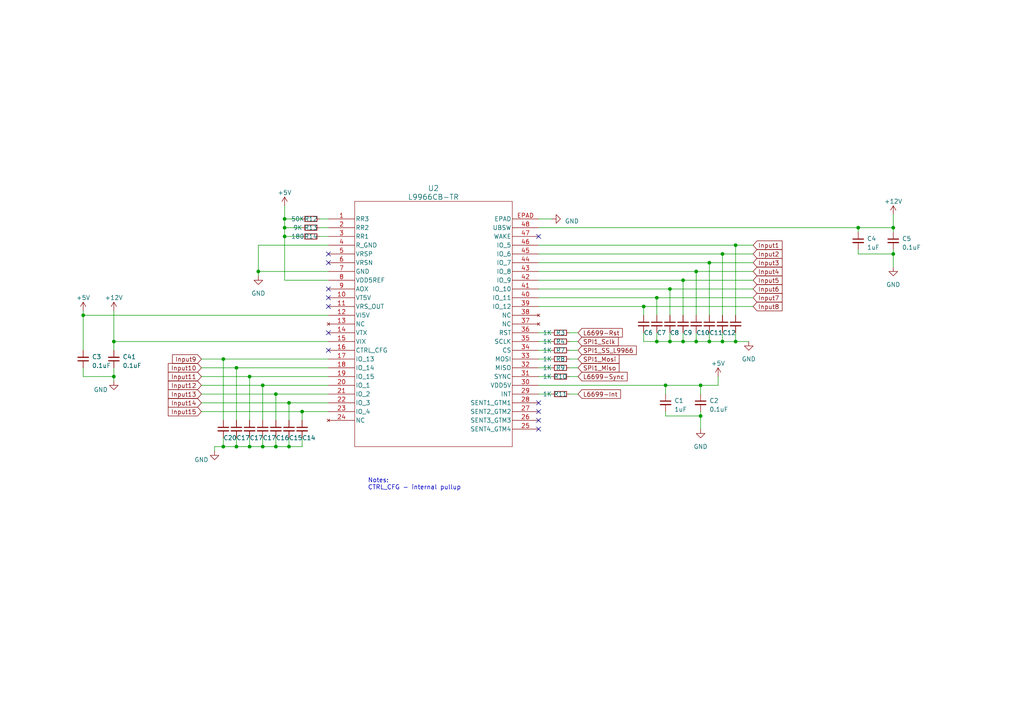
<source format=kicad_sch>
(kicad_sch (version 20230121) (generator eeschema)
  (paper "A4")
  (lib_symbols
    (symbol "Device:C_Small" (pin_numbers hide) (pin_names (offset 0.254) hide)
      (property "Reference" "C" (at 0.254 1.778 0))
      (property "Value" "C_Small" (at 0.254 -2.032 0))
      (symbol "C_Small_0_1"
        (polyline (pts (xy -1.524 -0.508) (xy 1.524 -0.508)) (stroke (width 0.3302)))
        (polyline (pts (xy -1.524 0.508) (xy 1.524 0.508)) (stroke (width 0.3048)))
      )
      (symbol "C_Small_1_1"
        (pin passive line (at 0 2.54 270) (length 2.032) (name "~") (number "1"))
        (pin passive line (at 0 -2.54 90) (length 2.032) (name "~") (number "2"))
      )
    )
    (symbol "Device:R_Small" (pin_numbers hide) (pin_names (offset 0.254) hide)
      (property "Reference" "R" (at 0.762 0.508 0))
      (property "Value" "R_Small" (at 0.762 -1.016 0))
      (symbol "R_Small_0_1"
        (rectangle (start -0.762 1.778) (end 0.762 -1.778) (stroke (width 0.2032)))
      )
      (symbol "R_Small_1_1"
        (pin passive line (at 0 2.54 270) (length 0.762) (name "~") (number "1"))
        (pin passive line (at 0 -2.54 90) (length 0.762) (name "~") (number "2"))
      )
    )
    (symbol "MyLibrary:L9966CB-TR" (pin_names (offset 0.254))
      (property "Reference" "U" (at 30.48 10.16 0))
      (property "Value" "L9966CB-TR" (at 30.48 7.62 0))
      (symbol "L9966CB-TR_0_1"
        (polyline (pts (xy 7.62 -66.04) (xy 53.34 -66.04)) (stroke (width 0.127)))
        (polyline (pts (xy 7.62 5.08) (xy 7.62 -66.04)) (stroke (width 0.127)))
        (polyline (pts (xy 53.34 -66.04) (xy 53.34 5.08)) (stroke (width 0.127)))
        (polyline (pts (xy 53.34 5.08) (xy 7.62 5.08)) (stroke (width 0.127)))
        (pin bidirectional line (at 0 0 0) (length 7.62) (name "RR3") (number "1"))
        (pin input line (at 0 -22.86 0) (length 7.62) (name "VT5V") (number "10"))
        (pin output line (at 0 -25.4 0) (length 7.62) (name "VRS_OUT") (number "11"))
        (pin input line (at 0 -27.94 0) (length 7.62) (name "VI5V") (number "12"))
        (pin no_connect line (at 0 -30.48 0) (length 7.62) (name "NC") (number "13"))
        (pin power_in line (at 0 -33.02 0) (length 7.62) (name "VTX") (number "14"))
        (pin power_in line (at 0 -35.56 0) (length 7.62) (name "VIX") (number "15"))
        (pin input line (at 0 -38.1 0) (length 7.62) (name "CTRL_CFG") (number "16"))
        (pin bidirectional line (at 0 -40.64 0) (length 7.62) (name "IO_13") (number "17"))
        (pin bidirectional line (at 0 -43.18 0) (length 7.62) (name "IO_14") (number "18"))
        (pin bidirectional line (at 0 -45.72 0) (length 7.62) (name "IO_15") (number "19"))
        (pin bidirectional line (at 0 -2.54 0) (length 7.62) (name "RR2") (number "2"))
        (pin bidirectional line (at 0 -48.26 0) (length 7.62) (name "IO_1") (number "20"))
        (pin bidirectional line (at 0 -50.8 0) (length 7.62) (name "IO_2") (number "21"))
        (pin bidirectional line (at 0 -53.34 0) (length 7.62) (name "IO_3") (number "22"))
        (pin bidirectional line (at 0 -55.88 0) (length 7.62) (name "IO_4") (number "23"))
        (pin no_connect line (at 0 -58.42 0) (length 7.62) (name "NC") (number "24"))
        (pin bidirectional line (at 60.96 -60.96 180) (length 7.62) (name "SENT4_GTM4") (number "25"))
        (pin bidirectional line (at 60.96 -58.42 180) (length 7.62) (name "SENT3_GTM3") (number "26"))
        (pin bidirectional line (at 60.96 -55.88 180) (length 7.62) (name "SENT2_GTM2") (number "27"))
        (pin bidirectional line (at 60.96 -53.34 180) (length 7.62) (name "SENT1_GTM1") (number "28"))
        (pin input line (at 60.96 -50.8 180) (length 7.62) (name "INT") (number "29"))
        (pin bidirectional line (at 0 -5.08 0) (length 7.62) (name "RR1") (number "3"))
        (pin power_in line (at 60.96 -48.26 180) (length 7.62) (name "VDD5V") (number "30"))
        (pin input line (at 60.96 -45.72 180) (length 7.62) (name "SYNC") (number "31"))
        (pin output line (at 60.96 -43.18 180) (length 7.62) (name "MISO") (number "32"))
        (pin input line (at 60.96 -40.64 180) (length 7.62) (name "MOSI") (number "33"))
        (pin input line (at 60.96 -38.1 180) (length 7.62) (name "CS") (number "34"))
        (pin input line (at 60.96 -35.56 180) (length 7.62) (name "SCLK") (number "35"))
        (pin input line (at 60.96 -33.02 180) (length 7.62) (name "RST") (number "36"))
        (pin no_connect line (at 60.96 -30.48 180) (length 7.62) (name "NC") (number "37"))
        (pin no_connect line (at 60.96 -27.94 180) (length 7.62) (name "NC") (number "38"))
        (pin bidirectional line (at 60.96 -25.4 180) (length 7.62) (name "IO_12") (number "39"))
        (pin power_out line (at 0 -7.62 0) (length 7.62) (name "R_GND") (number "4"))
        (pin bidirectional line (at 60.96 -22.86 180) (length 7.62) (name "IO_11") (number "40"))
        (pin bidirectional line (at 60.96 -20.32 180) (length 7.62) (name "IO_10") (number "41"))
        (pin bidirectional line (at 60.96 -17.78 180) (length 7.62) (name "IO_9") (number "42"))
        (pin bidirectional line (at 60.96 -15.24 180) (length 7.62) (name "IO_8") (number "43"))
        (pin bidirectional line (at 60.96 -12.7 180) (length 7.62) (name "IO_7") (number "44"))
        (pin bidirectional line (at 60.96 -10.16 180) (length 7.62) (name "IO_6") (number "45"))
        (pin bidirectional line (at 60.96 -7.62 180) (length 7.62) (name "IO_5") (number "46"))
        (pin input line (at 60.96 -5.08 180) (length 7.62) (name "WAKE") (number "47"))
        (pin power_in line (at 60.96 -2.54 180) (length 7.62) (name "UBSW") (number "48"))
        (pin unspecified line (at 0 -10.16 0) (length 7.62) (name "VRSP") (number "5"))
        (pin unspecified line (at 0 -12.7 0) (length 7.62) (name "VRSN") (number "6"))
        (pin power_out line (at 0 -15.24 0) (length 7.62) (name "GND") (number "7"))
        (pin power_in line (at 0 -17.78 0) (length 7.62) (name "VDD5REF") (number "8"))
        (pin input line (at 0 -20.32 0) (length 7.62) (name "AOX") (number "9"))
        (pin unspecified line (at 60.96 0 180) (length 7.62) (name "EPAD") (number "EPAD"))
      )
    )
    (symbol "power:+12V" (power) (pin_names (offset 0))
      (property "Value" "+12V" (at 0 3.556 0))
      (symbol "+12V_0_1"
        (polyline (pts (xy -0.762 1.27) (xy 0 2.54)))
        (polyline (pts (xy 0 0) (xy 0 2.54)))
        (polyline (pts (xy 0 2.54) (xy 0.762 1.27)))
      )
      (symbol "+12V_1_1"
        (pin power_in line (at 0 0 90) (length 0) hide (name "+12V") (number "1"))
      )
    )
    (symbol "power:+5V" (power) (pin_names (offset 0))
      (property "Value" "+5V" (at 0 3.556 0))
      (symbol "+5V_0_1"
        (polyline (pts (xy -0.762 1.27) (xy 0 2.54)))
        (polyline (pts (xy 0 0) (xy 0 2.54)))
        (polyline (pts (xy 0 2.54) (xy 0.762 1.27)))
      )
      (symbol "+5V_1_1"
        (pin power_in line (at 0 0 90) (length 0) hide (name "+5V") (number "1"))
      )
    )
    (symbol "power:GND" (power) (pin_names (offset 0))
      (property "Value" "GND" (at 0 -3.81 0))
      (symbol "GND_0_1"
        (polyline (pts (xy 0 0) (xy 0 -1.27) (xy 1.27 -1.27) (xy 0 -2.54) (xy -1.27 -1.27) (xy 0 -1.27)))
      )
      (symbol "GND_1_1"
        (pin power_in line (at 0 0 270) (length 0) hide (name "GND") (number "1"))
      )
    )
  )
  (junction (at 87.63 119.38))
  (junction (at 248.92 66.04))
  (junction (at 186.69 88.9))
  (junction (at 198.12 81.28))
  (junction (at 203.2 111.76))
  (junction (at 33.02 109.22))
  (junction (at 80.01 129.54))
  (junction (at 209.55 73.66))
  (junction (at 194.31 99.06))
  (junction (at 76.2 129.54))
  (junction (at 203.2 120.65))
  (junction (at 82.55 63.5))
  (junction (at 64.77 104.14))
  (junction (at 201.93 78.74))
  (junction (at 72.39 109.22))
  (junction (at 205.74 99.06))
  (junction (at 193.04 111.76))
  (junction (at 190.5 99.06))
  (junction (at 33.02 99.06))
  (junction (at 190.5 86.36))
  (junction (at 194.31 83.82))
  (junction (at 83.82 129.54))
  (junction (at 76.2 111.76))
  (junction (at 198.12 99.06))
  (junction (at 213.36 71.12))
  (junction (at 24.13 91.44))
  (junction (at 80.01 114.3))
  (junction (at 83.82 116.84))
  (junction (at 74.93 78.74))
  (junction (at 68.58 106.68))
  (junction (at 68.58 129.54))
  (junction (at 259.08 73.66))
  (junction (at 72.39 129.54))
  (junction (at 205.74 76.2))
  (junction (at 259.08 66.04))
  (junction (at 213.36 99.06))
  (junction (at 201.93 99.06))
  (junction (at 209.55 99.06))
  (junction (at 82.55 68.58))
  (junction (at 64.77 129.54))
  (junction (at 82.55 66.04))
  (no_connect (at 156.21 119.38))
  (no_connect (at 95.25 83.82))
  (no_connect (at 95.25 86.36))
  (no_connect (at 95.25 101.6))
  (no_connect (at 156.21 68.58))
  (no_connect (at 156.21 121.92))
  (no_connect (at 95.25 73.66))
  (no_connect (at 95.25 88.9))
  (no_connect (at 95.25 96.52))
  (no_connect (at 156.21 124.46))
  (no_connect (at 156.21 116.84))
  (no_connect (at 95.25 76.2))
  (wire (pts (xy 72.39 127) (xy 72.39 129.54)))
  (wire (pts (xy 190.5 96.52) (xy 190.5 99.06)))
  (wire (pts (xy 58.42 114.3) (xy 80.01 114.3)))
  (wire (pts (xy 33.02 109.22) (xy 33.02 110.49)))
  (wire (pts (xy 33.02 106.68) (xy 33.02 109.22)))
  (wire (pts (xy 201.93 78.74) (xy 218.44 78.74)))
  (wire (pts (xy 156.21 101.6) (xy 160.02 101.6)))
  (wire (pts (xy 194.31 96.52) (xy 194.31 99.06)))
  (wire (pts (xy 259.08 66.04) (xy 259.08 67.31)))
  (wire (pts (xy 165.1 96.52) (xy 167.64 96.52)))
  (wire (pts (xy 165.1 104.14) (xy 167.64 104.14)))
  (wire (pts (xy 83.82 116.84) (xy 83.82 121.92)))
  (wire (pts (xy 95.25 104.14) (xy 64.77 104.14)))
  (wire (pts (xy 24.13 106.68) (xy 24.13 109.22)))
  (wire (pts (xy 82.55 63.5) (xy 82.55 66.04)))
  (wire (pts (xy 33.02 99.06) (xy 33.02 101.6)))
  (wire (pts (xy 194.31 99.06) (xy 198.12 99.06)))
  (wire (pts (xy 87.63 119.38) (xy 87.63 121.92)))
  (wire (pts (xy 156.21 114.3) (xy 160.02 114.3)))
  (wire (pts (xy 83.82 129.54) (xy 87.63 129.54)))
  (wire (pts (xy 205.74 76.2) (xy 218.44 76.2)))
  (wire (pts (xy 24.13 91.44) (xy 24.13 101.6)))
  (wire (pts (xy 208.28 111.76) (xy 208.28 109.22)))
  (wire (pts (xy 156.21 86.36) (xy 190.5 86.36)))
  (wire (pts (xy 190.5 86.36) (xy 190.5 91.44)))
  (wire (pts (xy 58.42 109.22) (xy 72.39 109.22)))
  (wire (pts (xy 95.25 71.12) (xy 74.93 71.12)))
  (wire (pts (xy 203.2 111.76) (xy 203.2 114.3)))
  (wire (pts (xy 76.2 111.76) (xy 76.2 121.92)))
  (wire (pts (xy 80.01 129.54) (xy 80.01 127)))
  (wire (pts (xy 24.13 109.22) (xy 33.02 109.22)))
  (wire (pts (xy 209.55 96.52) (xy 209.55 99.06)))
  (wire (pts (xy 186.69 96.52) (xy 186.69 99.06)))
  (wire (pts (xy 194.31 83.82) (xy 218.44 83.82)))
  (wire (pts (xy 259.08 73.66) (xy 259.08 72.39)))
  (wire (pts (xy 95.25 119.38) (xy 87.63 119.38)))
  (wire (pts (xy 259.08 73.66) (xy 259.08 77.47)))
  (wire (pts (xy 80.01 114.3) (xy 80.01 121.92)))
  (wire (pts (xy 76.2 129.54) (xy 76.2 127)))
  (wire (pts (xy 33.02 99.06) (xy 95.25 99.06)))
  (wire (pts (xy 95.25 114.3) (xy 80.01 114.3)))
  (wire (pts (xy 213.36 99.06) (xy 217.17 99.06)))
  (wire (pts (xy 95.25 116.84) (xy 83.82 116.84)))
  (wire (pts (xy 193.04 120.65) (xy 203.2 120.65)))
  (wire (pts (xy 201.93 78.74) (xy 201.93 91.44)))
  (wire (pts (xy 76.2 129.54) (xy 80.01 129.54)))
  (wire (pts (xy 82.55 63.5) (xy 87.63 63.5)))
  (wire (pts (xy 156.21 106.68) (xy 160.02 106.68)))
  (wire (pts (xy 64.77 127) (xy 64.77 129.54)))
  (wire (pts (xy 68.58 129.54) (xy 72.39 129.54)))
  (wire (pts (xy 259.08 62.23) (xy 259.08 66.04)))
  (wire (pts (xy 156.21 96.52) (xy 160.02 96.52)))
  (wire (pts (xy 74.93 78.74) (xy 74.93 80.01)))
  (wire (pts (xy 190.5 99.06) (xy 194.31 99.06)))
  (wire (pts (xy 64.77 129.54) (xy 62.23 129.54)))
  (wire (pts (xy 193.04 119.38) (xy 193.04 120.65)))
  (wire (pts (xy 156.21 81.28) (xy 198.12 81.28)))
  (wire (pts (xy 198.12 99.06) (xy 201.93 99.06)))
  (wire (pts (xy 156.21 73.66) (xy 209.55 73.66)))
  (wire (pts (xy 156.21 76.2) (xy 205.74 76.2)))
  (wire (pts (xy 82.55 59.69) (xy 82.55 63.5)))
  (wire (pts (xy 24.13 91.44) (xy 95.25 91.44)))
  (wire (pts (xy 72.39 109.22) (xy 95.25 109.22)))
  (wire (pts (xy 156.21 111.76) (xy 193.04 111.76)))
  (wire (pts (xy 74.93 71.12) (xy 74.93 78.74)))
  (wire (pts (xy 156.21 99.06) (xy 160.02 99.06)))
  (wire (pts (xy 186.69 99.06) (xy 190.5 99.06)))
  (wire (pts (xy 165.1 114.3) (xy 167.64 114.3)))
  (wire (pts (xy 68.58 106.68) (xy 68.58 121.92)))
  (wire (pts (xy 58.42 116.84) (xy 83.82 116.84)))
  (wire (pts (xy 24.13 91.44) (xy 24.13 90.17)))
  (wire (pts (xy 58.42 104.14) (xy 64.77 104.14)))
  (wire (pts (xy 198.12 81.28) (xy 218.44 81.28)))
  (wire (pts (xy 92.71 63.5) (xy 95.25 63.5)))
  (wire (pts (xy 205.74 76.2) (xy 205.74 91.44)))
  (wire (pts (xy 213.36 71.12) (xy 213.36 91.44)))
  (wire (pts (xy 68.58 106.68) (xy 95.25 106.68)))
  (wire (pts (xy 87.63 129.54) (xy 87.63 127)))
  (wire (pts (xy 198.12 81.28) (xy 198.12 91.44)))
  (wire (pts (xy 156.21 104.14) (xy 160.02 104.14)))
  (wire (pts (xy 92.71 68.58) (xy 95.25 68.58)))
  (wire (pts (xy 248.92 72.39) (xy 248.92 73.66)))
  (wire (pts (xy 248.92 73.66) (xy 259.08 73.66)))
  (wire (pts (xy 205.74 99.06) (xy 209.55 99.06)))
  (wire (pts (xy 95.25 111.76) (xy 76.2 111.76)))
  (wire (pts (xy 156.21 88.9) (xy 186.69 88.9)))
  (wire (pts (xy 156.21 71.12) (xy 213.36 71.12)))
  (wire (pts (xy 64.77 129.54) (xy 68.58 129.54)))
  (wire (pts (xy 58.42 111.76) (xy 76.2 111.76)))
  (wire (pts (xy 213.36 71.12) (xy 218.44 71.12)))
  (wire (pts (xy 186.69 88.9) (xy 186.69 91.44)))
  (wire (pts (xy 156.21 66.04) (xy 248.92 66.04)))
  (wire (pts (xy 72.39 129.54) (xy 76.2 129.54)))
  (wire (pts (xy 193.04 111.76) (xy 203.2 111.76)))
  (wire (pts (xy 156.21 109.22) (xy 160.02 109.22)))
  (wire (pts (xy 156.21 83.82) (xy 194.31 83.82)))
  (wire (pts (xy 33.02 99.06) (xy 33.02 90.17)))
  (wire (pts (xy 203.2 120.65) (xy 203.2 119.38)))
  (wire (pts (xy 74.93 78.74) (xy 95.25 78.74)))
  (wire (pts (xy 165.1 99.06) (xy 167.64 99.06)))
  (wire (pts (xy 80.01 129.54) (xy 83.82 129.54)))
  (wire (pts (xy 201.93 96.52) (xy 201.93 99.06)))
  (wire (pts (xy 68.58 127) (xy 68.58 129.54)))
  (wire (pts (xy 156.21 63.5) (xy 160.02 63.5)))
  (wire (pts (xy 156.21 78.74) (xy 201.93 78.74)))
  (wire (pts (xy 165.1 109.22) (xy 167.64 109.22)))
  (wire (pts (xy 62.23 129.54) (xy 62.23 130.81)))
  (wire (pts (xy 82.55 68.58) (xy 82.55 81.28)))
  (wire (pts (xy 198.12 96.52) (xy 198.12 99.06)))
  (wire (pts (xy 82.55 68.58) (xy 87.63 68.58)))
  (wire (pts (xy 58.42 106.68) (xy 68.58 106.68)))
  (wire (pts (xy 193.04 111.76) (xy 193.04 114.3)))
  (wire (pts (xy 209.55 73.66) (xy 209.55 91.44)))
  (wire (pts (xy 201.93 99.06) (xy 205.74 99.06)))
  (wire (pts (xy 58.42 119.38) (xy 87.63 119.38)))
  (wire (pts (xy 248.92 66.04) (xy 259.08 66.04)))
  (wire (pts (xy 209.55 99.06) (xy 213.36 99.06)))
  (wire (pts (xy 205.74 96.52) (xy 205.74 99.06)))
  (wire (pts (xy 209.55 73.66) (xy 218.44 73.66)))
  (wire (pts (xy 203.2 111.76) (xy 208.28 111.76)))
  (wire (pts (xy 82.55 66.04) (xy 87.63 66.04)))
  (wire (pts (xy 165.1 101.6) (xy 167.64 101.6)))
  (wire (pts (xy 64.77 104.14) (xy 64.77 121.92)))
  (wire (pts (xy 72.39 109.22) (xy 72.39 121.92)))
  (wire (pts (xy 95.25 81.28) (xy 82.55 81.28)))
  (wire (pts (xy 165.1 106.68) (xy 167.64 106.68)))
  (wire (pts (xy 83.82 129.54) (xy 83.82 127)))
  (wire (pts (xy 186.69 88.9) (xy 218.44 88.9)))
  (wire (pts (xy 82.55 66.04) (xy 82.55 68.58)))
  (wire (pts (xy 213.36 96.52) (xy 213.36 99.06)))
  (wire (pts (xy 92.71 66.04) (xy 95.25 66.04)))
  (wire (pts (xy 190.5 86.36) (xy 218.44 86.36)))
  (wire (pts (xy 194.31 83.82) (xy 194.31 91.44)))
  (wire (pts (xy 203.2 120.65) (xy 203.2 124.46)))
  (wire (pts (xy 248.92 66.04) (xy 248.92 67.31)))
  (text "Notes:\nCTRL_CFG - internal pullup" (at 106.68 142.24 0) (effects (font (size 1.27 1.27)) (justify left bottom)))
  (global_label "Input2" (shape input) (at 218.44 73.66 0) (property "Intersheetrefs" "${INTERSHEET_REFS}" (effects hide)))
  (global_label "Input9" (shape input) (at 58.42 104.14 180) (property "Intersheetrefs" "${INTERSHEET_REFS}" (effects hide)))
  (global_label "Input14" (shape input) (at 58.42 116.84 180) (property "Intersheetrefs" "${INTERSHEET_REFS}" (effects hide)))
  (global_label "SPI1_Sclk" (shape input) (at 167.64 99.06 0) (property "Intersheetrefs" "${INTERSHEET_REFS}" (effects hide)))
  (global_label "Input1" (shape input) (at 218.44 71.12 0) (property "Intersheetrefs" "${INTERSHEET_REFS}" (effects hide)))
  (global_label "Input15" (shape input) (at 58.42 119.38 180) (property "Intersheetrefs" "${INTERSHEET_REFS}" (effects hide)))
  (global_label "Input6" (shape input) (at 218.44 83.82 0) (property "Intersheetrefs" "${INTERSHEET_REFS}" (effects hide)))
  (global_label "L6699-Rst" (shape input) (at 167.64 96.52 0) (property "Intersheetrefs" "${INTERSHEET_REFS}" (effects hide)))
  (global_label "Input12" (shape input) (at 58.42 111.76 180) (property "Intersheetrefs" "${INTERSHEET_REFS}" (effects hide)))
  (global_label "SPI1_Miso" (shape input) (at 167.64 106.68 0) (property "Intersheetrefs" "${INTERSHEET_REFS}" (effects hide)))
  (global_label "SPI1_Mosi" (shape input) (at 167.64 104.14 0) (property "Intersheetrefs" "${INTERSHEET_REFS}" (effects hide)))
  (global_label "Input3" (shape input) (at 218.44 76.2 0) (property "Intersheetrefs" "${INTERSHEET_REFS}" (effects hide)))
  (global_label "L6699-Int" (shape input) (at 167.64 114.3 0) (property "Intersheetrefs" "${INTERSHEET_REFS}" (effects hide)))
  (global_label "Input13" (shape input) (at 58.42 114.3 180) (property "Intersheetrefs" "${INTERSHEET_REFS}" (effects hide)))
  (global_label "Input5" (shape input) (at 218.44 81.28 0) (property "Intersheetrefs" "${INTERSHEET_REFS}" (effects hide)))
  (global_label "Input4" (shape input) (at 218.44 78.74 0) (property "Intersheetrefs" "${INTERSHEET_REFS}" (effects hide)))
  (global_label "L6699-Sync" (shape input) (at 167.64 109.22 0) (property "Intersheetrefs" "${INTERSHEET_REFS}" (effects hide)))
  (global_label "SPI1_SS_L9966" (shape input) (at 167.64 101.6 0) (property "Intersheetrefs" "${INTERSHEET_REFS}" (effects hide)))
  (global_label "Input11" (shape input) (at 58.42 109.22 180) (property "Intersheetrefs" "${INTERSHEET_REFS}" (effects hide)))
  (global_label "Input10" (shape input) (at 58.42 106.68 180) (property "Intersheetrefs" "${INTERSHEET_REFS}" (effects hide)))
  (global_label "Input7" (shape input) (at 218.44 86.36 0) (property "Intersheetrefs" "${INTERSHEET_REFS}" (effects hide)))
  (global_label "Input8" (shape input) (at 218.44 88.9 0) (property "Intersheetrefs" "${INTERSHEET_REFS}" (effects hide)))
  (symbol (lib_id "power:+5V") (at 24.13 90.17 0) (unit 1)
    (property "Reference" "#PWR07" (effects hide))
    (property "Value" "+5V" (at 24.13 86.36 0))
    (instances (project "Power Module Rev 5" (path "" (reference "#PWR07") (unit 1))) (project "Brytec_InputModuleRev2" (path "" (reference "#PWR021") (unit 1))))
  )
  (symbol (lib_id "Device:C_Small") (at 198.12 93.98 0) (unit 1)
    (property "Reference" "C9" (at 198.12 96.52 0) (effects (justify left)))
    (property "Value" "6.8nF" (effects hide))
    (property "Footprint" "Capacitor_SMD:C_0603_1608Metric_Pad1.08x0.95mm_HandSolder" (effects hide))
    (instances (project "Power Module Rev 5" (path "" (reference "C9") (unit 1))) (project "Brytec_InputModuleRev2" (path "" (reference "C25") (unit 1))))
  )
  (symbol (lib_id "Device:R_Small") (at 162.56 106.68 90) (unit 1)
    (property "Reference" "R9" (at 162.56 106.68 90))
    (property "Value" "1K" (at 158.75 106.68 90))
    (property "Footprint" "Resistor_SMD:R_0603_1608Metric_Pad0.98x0.95mm_HandSolder" (effects hide))
    (instances (project "Power Module Rev 5" (path "" (reference "R9") (unit 1))) (project "Brytec_InputModuleRev2" (path "" (reference "R12") (unit 1))))
  )
  (symbol (lib_id "Device:C_Small") (at 76.2 124.46 0) (unit 1)
    (property "Reference" "C17" (at 76.2 127 0) (effects (justify left)))
    (property "Value" "6.8nF" (effects hide))
    (property "Footprint" "Capacitor_SMD:C_0603_1608Metric_Pad1.08x0.95mm_HandSolder" (effects hide))
  )
  (symbol (lib_id "Device:R_Small") (at 162.56 99.06 90) (unit 1)
    (property "Reference" "R4" (at 162.56 99.06 90))
    (property "Value" "1K" (at 158.75 99.06 90))
    (property "Footprint" "Resistor_SMD:R_0603_1608Metric_Pad0.98x0.95mm_HandSolder" (effects hide))
    (instances (project "Power Module Rev 5" (path "" (reference "R4") (unit 1))) (project "Brytec_InputModuleRev2" (path "" (reference "R9") (unit 1))))
  )
  (symbol (lib_id "Device:C_Small") (at 72.39 124.46 0) (unit 1)
    (property "Reference" "C17" (at 72.39 127 0) (effects (justify left)))
    (property "Value" "6.8nF" (effects hide))
    (property "Footprint" "Capacitor_SMD:C_0603_1608Metric_Pad1.08x0.95mm_HandSolder" (effects hide))
    (instances (project "Power Module Rev 5" (path "" (reference "C17") (unit 1))) (project "Brytec_InputModuleRev2" (path "" (reference "C16") (unit 1))))
  )
  (symbol (lib_id "power:GND") (at 33.02 110.49 0) (unit 1)
    (property "Reference" "#PWR058" (effects hide))
    (property "Value" "GND" (at 29.21 113.03 0))
    (instances (project "Power Module Rev 5" (path "" (reference "#PWR058") (unit 1))) (project "Brytec_InputModuleRev2" (path "" (reference "#PWR023") (unit 1))))
  )
  (symbol (lib_id "power:GND") (at 74.93 80.01 0) (unit 1)
    (property "Reference" "#PWR09" (effects hide))
    (property "Value" "GND" (at 74.93 85.09 0))
    (instances (project "Power Module Rev 5" (path "" (reference "#PWR09") (unit 1))) (project "Brytec_InputModuleRev2" (path "" (reference "#PWR025") (unit 1))))
  )
  (symbol (lib_id "Device:C_Small") (at 190.5 93.98 0) (unit 1)
    (property "Reference" "C7" (at 190.5 96.52 0) (effects (justify left)))
    (property "Value" "6.8nF" (effects hide))
    (property "Footprint" "Capacitor_SMD:C_0603_1608Metric_Pad1.08x0.95mm_HandSolder" (effects hide))
    (instances (project "Power Module Rev 5" (path "" (reference "C7") (unit 1))) (project "Brytec_InputModuleRev2" (path "" (reference "C22") (unit 1))))
  )
  (symbol (lib_id "Device:R_Small") (at 162.56 96.52 90) (unit 1)
    (property "Reference" "R3" (at 162.56 96.52 90))
    (property "Value" "1K" (at 158.75 96.52 90))
    (property "Footprint" "Resistor_SMD:R_0603_1608Metric_Pad0.98x0.95mm_HandSolder" (effects hide))
    (instances (project "Power Module Rev 5" (path "" (reference "R3") (unit 1))) (project "Brytec_InputModuleRev2" (path "" (reference "R8") (unit 1))))
  )
  (symbol (lib_id "power:GND") (at 259.08 77.47 0) (unit 1)
    (property "Reference" "#PWR011" (effects hide))
    (property "Value" "GND" (at 259.08 82.55 0))
    (instances (project "Power Module Rev 5" (path "" (reference "#PWR011") (unit 1))) (project "Brytec_InputModuleRev2" (path "" (reference "#PWR032") (unit 1))))
  )
  (symbol (lib_id "Device:C_Small") (at 64.77 124.46 0) (unit 1)
    (property "Reference" "C20" (at 64.77 127 0) (effects (justify left)))
    (property "Value" "6.8nF" (effects hide))
    (property "Footprint" "Capacitor_SMD:C_0603_1608Metric_Pad1.08x0.95mm_HandSolder" (effects hide))
    (instances (project "Power Module Rev 5" (path "" (reference "C20") (unit 1))) (project "Brytec_InputModuleRev2" (path "" (reference "C14") (unit 1))))
  )
  (symbol (lib_id "power:+5V") (at 82.55 59.69 0) (unit 1)
    (property "Reference" "#PWR010" (effects hide))
    (property "Value" "+5V" (at 82.55 55.88 0))
    (instances (project "Power Module Rev 5" (path "" (reference "#PWR010") (unit 1))) (project "Brytec_InputModuleRev2" (path "" (reference "#PWR026") (unit 1))))
  )
  (symbol (lib_id "Device:C_Small") (at 24.13 104.14 180) (unit 1)
    (property "Reference" "C3" (at 26.67 103.4986 0) (effects (justify right)))
    (property "Value" "0.1uF" (at 26.67 106.0386 0) (effects (justify right)))
    (property "Footprint" "Capacitor_SMD:C_0603_1608Metric_Pad1.08x0.95mm_HandSolder" (effects hide))
    (instances (project "Power Module Rev 5" (path "" (reference "C3") (unit 1))) (project "Brytec_InputModuleRev2" (path "" (reference "C12") (unit 1))))
  )
  (symbol (lib_id "Device:C_Small") (at 213.36 93.98 0) (unit 1)
    (property "Reference" "C13" (effects hide))
    (property "Value" "6.8nF" (effects hide))
    (property "Footprint" "Capacitor_SMD:C_0603_1608Metric_Pad1.08x0.95mm_HandSolder" (effects hide))
    (instances (project "Power Module Rev 5" (path "" (reference "C13") (unit 1))) (project "Brytec_InputModuleRev2" (path "" (reference "C30") (unit 1))))
  )
  (symbol (lib_id "Device:C_Small") (at 186.69 93.98 0) (unit 1)
    (property "Reference" "C6" (at 186.69 96.52 0) (effects (justify left)))
    (property "Value" "6.8nF" (effects hide))
    (property "Footprint" "Capacitor_SMD:C_0603_1608Metric_Pad1.08x0.95mm_HandSolder" (effects hide))
    (instances (project "Power Module Rev 5" (path "" (reference "C6") (unit 1))) (project "Brytec_InputModuleRev2" (path "" (reference "C21") (unit 1))))
  )
  (symbol (lib_id "Device:R_Small") (at 90.17 66.04 90) (unit 1)
    (property "Reference" "R13" (at 90.17 66.04 90))
    (property "Value" "9K" (at 86.36 66.04 90))
    (property "Footprint" "Resistor_SMD:R_0603_1608Metric_Pad0.98x0.95mm_HandSolder" (effects hide))
    (instances (project "Power Module Rev 5" (path "" (reference "R13") (unit 1))) (project "Brytec_InputModuleRev2" (path "" (reference "R6") (unit 1))))
  )
  (symbol (lib_id "Device:C_Small") (at 83.82 124.46 0) (unit 1)
    (property "Reference" "C15" (at 83.82 127 0) (effects (justify left)))
    (property "Value" "6.8nF" (effects hide))
    (property "Footprint" "Capacitor_SMD:C_0603_1608Metric_Pad1.08x0.95mm_HandSolder" (effects hide))
    (instances (project "Power Module Rev 5" (path "" (reference "C15") (unit 1))) (project "Brytec_InputModuleRev2" (path "" (reference "C19") (unit 1))))
  )
  (symbol (lib_id "power:GND") (at 217.17 99.06 0) (unit 1)
    (property "Reference" "#PWR03" (effects hide))
    (property "Value" "GND" (at 217.17 104.14 0))
    (instances (project "Power Module Rev 5" (path "" (reference "#PWR03") (unit 1))) (project "Brytec_InputModuleRev2" (path "" (reference "#PWR030") (unit 1))))
  )
  (symbol (lib_id "Device:C_Small") (at 259.08 69.85 0) (unit 1)
    (property "Reference" "C5" (at 261.62 69.2213 0) (effects (justify left)))
    (property "Value" "0.1uF" (at 261.62 71.7613 0) (effects (justify left)))
    (property "Footprint" "Capacitor_SMD:C_0603_1608Metric_Pad1.08x0.95mm_HandSolder" (effects hide))
    (instances (project "Power Module Rev 5" (path "" (reference "C5") (unit 1))) (project "Brytec_InputModuleRev2" (path "" (reference "C32") (unit 1))))
  )
  (symbol (lib_id "power:+12V") (at 259.08 62.23 0) (unit 1)
    (property "Reference" "#PWR012" (effects hide))
    (property "Value" "+12V" (at 259.08 58.42 0))
    (instances (project "Power Module Rev 5" (path "" (reference "#PWR012") (unit 1))) (project "Brytec_InputModuleRev2" (path "" (reference "#PWR031") (unit 1))))
  )
  (symbol (lib_id "Device:C_Small") (at 209.55 93.98 0) (unit 1)
    (property "Reference" "C12" (at 209.55 96.52 0) (effects (justify left)))
    (property "Value" "6.8nF" (effects hide))
    (property "Footprint" "Capacitor_SMD:C_0603_1608Metric_Pad1.08x0.95mm_HandSolder" (effects hide))
    (instances (project "Power Module Rev 5" (path "" (reference "C12") (unit 1))) (project "Brytec_InputModuleRev2" (path "" (reference "C29") (unit 1))))
  )
  (symbol (lib_id "Device:C_Small") (at 194.31 93.98 0) (unit 1)
    (property "Reference" "C8" (at 194.31 96.52 0) (effects (justify left)))
    (property "Value" "6.8nF" (effects hide))
    (property "Footprint" "Capacitor_SMD:C_0603_1608Metric_Pad1.08x0.95mm_HandSolder" (effects hide))
    (instances (project "Power Module Rev 5" (path "" (reference "C8") (unit 1))) (project "Brytec_InputModuleRev2" (path "" (reference "C24") (unit 1))))
  )
  (symbol (lib_id "Device:C_Small") (at 205.74 93.98 0) (unit 1)
    (property "Reference" "C11" (at 205.74 96.52 0) (effects (justify left)))
    (property "Value" "6.8nF" (effects hide))
    (property "Footprint" "Capacitor_SMD:C_0603_1608Metric_Pad1.08x0.95mm_HandSolder" (effects hide))
    (instances (project "Power Module Rev 5" (path "" (reference "C11") (unit 1))) (project "Brytec_InputModuleRev2" (path "" (reference "C28") (unit 1))))
  )
  (symbol (lib_id "Device:R_Small") (at 162.56 104.14 90) (unit 1)
    (property "Reference" "R8" (at 162.56 104.14 90))
    (property "Value" "1K" (at 158.75 104.14 90))
    (property "Footprint" "Resistor_SMD:R_0603_1608Metric_Pad0.98x0.95mm_HandSolder" (effects hide))
    (instances (project "Power Module Rev 5" (path "" (reference "R8") (unit 1))) (project "Brytec_InputModuleRev2" (path "" (reference "R11") (unit 1))))
  )
  (symbol (lib_id "power:GND") (at 62.23 130.81 0) (unit 1)
    (property "Reference" "#PWR04" (effects hide))
    (property "Value" "GND" (at 58.42 133.35 0))
    (instances (project "Power Module Rev 5" (path "" (reference "#PWR04") (unit 1))) (project "Brytec_InputModuleRev2" (path "" (reference "#PWR024") (unit 1))))
  )
  (symbol (lib_id "Device:C_Small") (at 201.93 93.98 0) (unit 1)
    (property "Reference" "C10" (at 201.93 96.52 0) (effects (justify left)))
    (property "Value" "6.8nF" (effects hide))
    (property "Footprint" "Capacitor_SMD:C_0603_1608Metric_Pad1.08x0.95mm_HandSolder" (effects hide))
    (instances (project "Power Module Rev 5" (path "" (reference "C10") (unit 1))) (project "Brytec_InputModuleRev2" (path "" (reference "C26") (unit 1))))
  )
  (symbol (lib_id "power:GND") (at 203.2 124.46 0) (unit 1)
    (property "Reference" "#PWR02" (effects hide))
    (property "Value" "GND" (at 203.2 129.54 0))
    (instances (project "Power Module Rev 5" (path "" (reference "#PWR02") (unit 1))) (project "Brytec_InputModuleRev2" (path "" (reference "#PWR028") (unit 1))))
  )
  (symbol (lib_id "Device:R_Small") (at 162.56 114.3 90) (unit 1)
    (property "Reference" "R11" (at 162.56 114.3 90))
    (property "Value" "1K" (at 158.75 114.3 90))
    (property "Footprint" "Resistor_SMD:R_0603_1608Metric_Pad0.98x0.95mm_HandSolder" (effects hide))
    (instances (project "Power Module Rev 5" (path "" (reference "R11") (unit 1))) (project "Brytec_InputModuleRev2" (path "" (reference "R14") (unit 1))))
  )
  (symbol (lib_id "Device:R_Small") (at 90.17 68.58 90) (unit 1)
    (property "Reference" "R14" (at 90.17 68.58 90))
    (property "Value" "180" (at 86.36 68.58 90))
    (property "Footprint" "Resistor_SMD:R_0603_1608Metric_Pad0.98x0.95mm_HandSolder" (effects hide))
    (instances (project "Power Module Rev 5" (path "" (reference "R14") (unit 1))) (project "Brytec_InputModuleRev2" (path "" (reference "R7") (unit 1))))
  )
  (symbol (lib_id "Device:C_Small") (at 80.01 124.46 0) (unit 1)
    (property "Reference" "C16" (at 80.01 127 0) (effects (justify left)))
    (property "Value" "6.8nF" (effects hide))
    (property "Footprint" "Capacitor_SMD:C_0603_1608Metric_Pad1.08x0.95mm_HandSolder" (effects hide))
    (instances (project "Power Module Rev 5" (path "" (reference "C16") (unit 1))) (project "Brytec_InputModuleRev2" (path "" (reference "C18") (unit 1))))
  )
  (symbol (lib_id "Device:C_Small") (at 68.58 124.46 0) (unit 1)
    (property "Reference" "C17" (at 68.58 127 0) (effects (justify left)))
    (property "Value" "6.8nF" (effects hide))
    (property "Footprint" "Capacitor_SMD:C_0603_1608Metric_Pad1.08x0.95mm_HandSolder" (effects hide))
    (instances (project "Power Module Rev 5" (path "" (reference "C17") (unit 1))) (project "Brytec_InputModuleRev2" (path "" (reference "C15") (unit 1))))
  )
  (symbol (lib_id "Device:C_Small") (at 203.2 116.84 0) (unit 1)
    (property "Reference" "C2" (at 205.74 116.2113 0) (effects (justify left)))
    (property "Value" "0.1uF" (at 205.74 118.7513 0) (effects (justify left)))
    (property "Footprint" "Capacitor_SMD:C_0603_1608Metric_Pad1.08x0.95mm_HandSolder" (effects hide))
    (instances (project "Power Module Rev 5" (path "" (reference "C2") (unit 1))) (project "Brytec_InputModuleRev2" (path "" (reference "C27") (unit 1))))
  )
  (symbol (lib_id "Device:C_Small") (at 193.04 116.84 0) (unit 1)
    (property "Reference" "C1" (at 195.58 116.2113 0) (effects (justify left)))
    (property "Value" "1uF" (at 195.58 118.7513 0) (effects (justify left)))
    (property "Footprint" "Capacitor_SMD:C_0603_1608Metric_Pad1.08x0.95mm_HandSolder" (effects hide))
    (instances (project "Power Module Rev 5" (path "" (reference "C1") (unit 1))) (project "Brytec_InputModuleRev2" (path "" (reference "C23") (unit 1))))
  )
  (symbol (lib_id "Device:R_Small") (at 162.56 101.6 90) (unit 1)
    (property "Reference" "R7" (at 162.56 101.6 90))
    (property "Value" "1K" (at 158.75 101.6 90))
    (property "Footprint" "Resistor_SMD:R_0603_1608Metric_Pad0.98x0.95mm_HandSolder" (effects hide))
    (instances (project "Power Module Rev 5" (path "" (reference "R7") (unit 1))) (project "Brytec_InputModuleRev2" (path "" (reference "R10") (unit 1))))
  )
  (symbol (lib_id "power:+12V") (at 33.02 90.17 0) (unit 1)
    (property "Reference" "#PWR057" (effects hide))
    (property "Value" "+12V" (at 33.02 86.36 0))
    (instances (project "Power Module Rev 5" (path "" (reference "#PWR057") (unit 1))) (project "Brytec_InputModuleRev2" (path "" (reference "#PWR022") (unit 1))))
  )
  (symbol (lib_id "power:GND") (at 160.02 63.5 90) (unit 1)
    (property "Reference" "#PWR08" (effects hide))
    (property "Value" "GND" (at 163.83 64.135 90) (effects (justify right)))
    (instances (project "Power Module Rev 5" (path "" (reference "#PWR08") (unit 1))) (project "Brytec_InputModuleRev2" (path "" (reference "#PWR027") (unit 1))))
  )
  (symbol (lib_id "Device:C_Small") (at 33.02 104.14 180) (unit 1)
    (property "Reference" "C41" (at 35.56 103.4986 0) (effects (justify right)))
    (property "Value" "0.1uF" (at 35.56 106.0386 0) (effects (justify right)))
    (property "Footprint" "Capacitor_SMD:C_0603_1608Metric_Pad1.08x0.95mm_HandSolder" (effects hide))
    (instances (project "Power Module Rev 5" (path "" (reference "C41") (unit 1))) (project "Brytec_InputModuleRev2" (path "" (reference "C13") (unit 1))))
  )
  (symbol (lib_id "Device:C_Small") (at 248.92 69.85 0) (unit 1)
    (property "Reference" "C4" (at 251.46 69.2213 0) (effects (justify left)))
    (property "Value" "1uF" (at 251.46 71.7613 0) (effects (justify left)))
    (property "Footprint" "Capacitor_SMD:C_0603_1608Metric_Pad1.08x0.95mm_HandSolder" (effects hide))
    (instances (project "Power Module Rev 5" (path "" (reference "C4") (unit 1))) (project "Brytec_InputModuleRev2" (path "" (reference "C31") (unit 1))))
  )
  (symbol (lib_id "Device:R_Small") (at 90.17 63.5 90) (unit 1)
    (property "Reference" "R12" (at 90.17 63.5 90))
    (property "Value" "50K" (at 86.36 63.5 90))
    (property "Footprint" "Resistor_SMD:R_0603_1608Metric_Pad0.98x0.95mm_HandSolder" (effects hide))
    (instances (project "Power Module Rev 5" (path "" (reference "R12") (unit 1))) (project "Brytec_InputModuleRev2" (path "" (reference "R5") (unit 1))))
  )
  (symbol (lib_id "Device:R_Small") (at 162.56 109.22 90) (unit 1)
    (property "Reference" "R10" (at 162.56 109.22 90))
    (property "Value" "1K" (at 158.75 109.22 90))
    (property "Footprint" "Resistor_SMD:R_0603_1608Metric_Pad0.98x0.95mm_HandSolder" (effects hide))
    (instances (project "Power Module Rev 5" (path "" (reference "R10") (unit 1))) (project "Brytec_InputModuleRev2" (path "" (reference "R13") (unit 1))))
  )
  (symbol (lib_id "MyLibrary:L9966CB-TR") (at 95.25 63.5 0) (unit 1)
    (property "Reference" "U2" (at 125.73 54.61 0) (effects (font (size 1.524 1.524))))
    (property "Value" "L9966CB-TR" (at 125.73 57.15 0) (effects (font (size 1.524 1.524))))
    (property "Footprint" "MyKiCadLibraries:TQFP48_L9966_STM" (effects hide))
    (property "Datasheet" "L9966CB-TR" (effects hide))
    (instances (project "Power Module Rev 5" (path "" (reference "U2") (unit 1)) (path "" (reference "U2") (unit 1))) (project "Brytec_InputModuleRev2" (path "" (reference "U3") (unit 1))))
  )
  (symbol (lib_id "Device:C_Small") (at 87.63 124.46 0) (unit 1)
    (property "Reference" "C14" (at 87.63 127 0) (effects (justify left)))
    (property "Value" "6.8nF" (effects hide))
    (property "Footprint" "Capacitor_SMD:C_0603_1608Metric_Pad1.08x0.95mm_HandSolder" (effects hide))
    (instances (project "Power Module Rev 5" (path "" (reference "C14") (unit 1))) (project "Brytec_InputModuleRev2" (path "" (reference "C20") (unit 1))))
  )
  (symbol (lib_id "power:+5V") (at 208.28 109.22 0) (unit 1)
    (property "Reference" "#PWR06" (effects hide))
    (property "Value" "+5V" (at 208.28 105.41 0))
    (instances (project "Power Module Rev 5" (path "" (reference "#PWR06") (unit 1))) (project "Brytec_InputModuleRev2" (path "" (reference "#PWR029") (unit 1))))
  )
)
</source>
